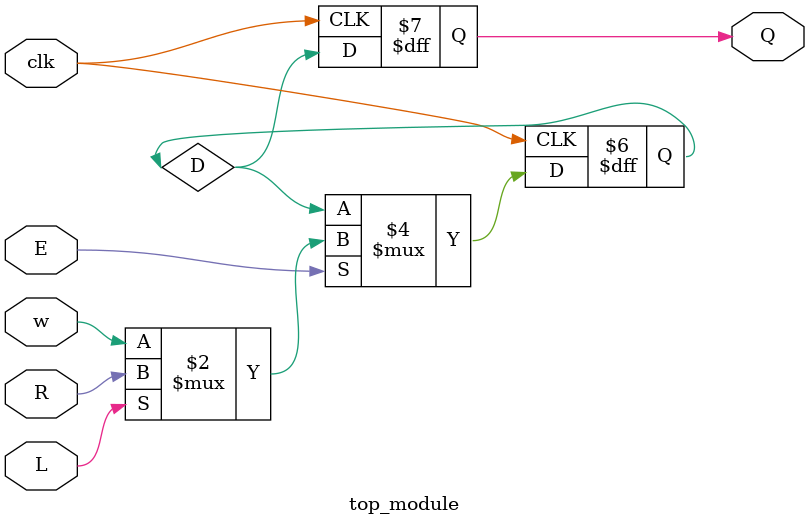
<source format=sv>
module top_module (
    input clk,
    input w,
    input R,
    input E,
    input L,
    output reg Q
);
    
    reg D;
    
    always @(posedge clk)
    begin
        if (E)
            D <= (L) ? R : (w);
        else
            D <= D;
        Q <= D;
    end
    
endmodule

</source>
